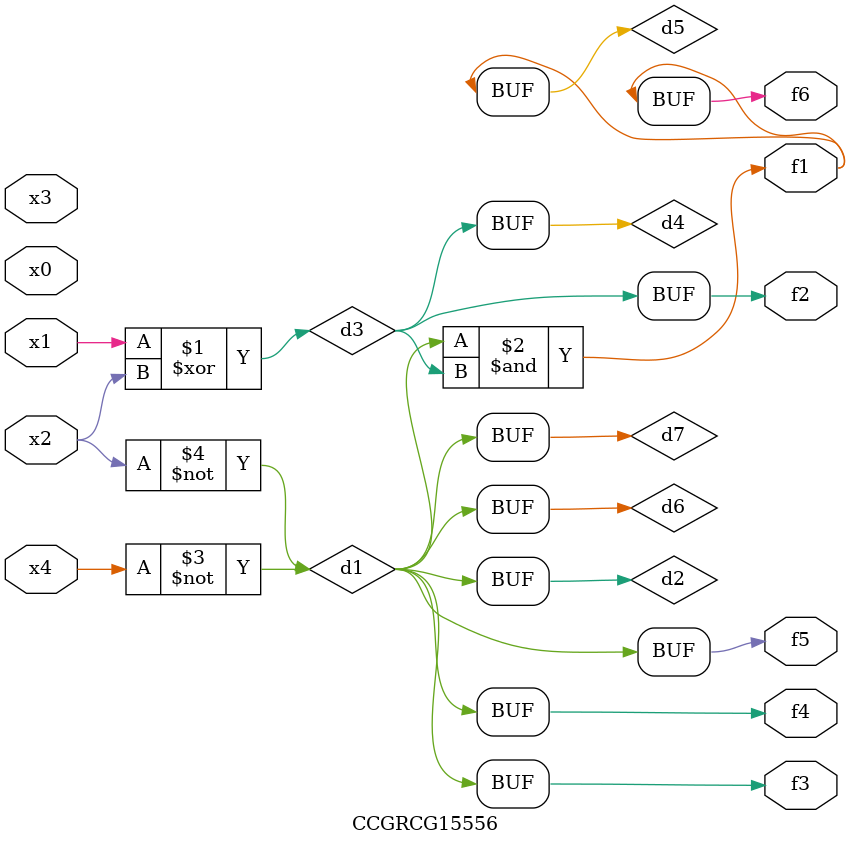
<source format=v>
module CCGRCG15556(
	input x0, x1, x2, x3, x4,
	output f1, f2, f3, f4, f5, f6
);

	wire d1, d2, d3, d4, d5, d6, d7;

	not (d1, x4);
	not (d2, x2);
	xor (d3, x1, x2);
	buf (d4, d3);
	and (d5, d1, d3);
	buf (d6, d1, d2);
	buf (d7, d2);
	assign f1 = d5;
	assign f2 = d4;
	assign f3 = d7;
	assign f4 = d7;
	assign f5 = d7;
	assign f6 = d5;
endmodule

</source>
